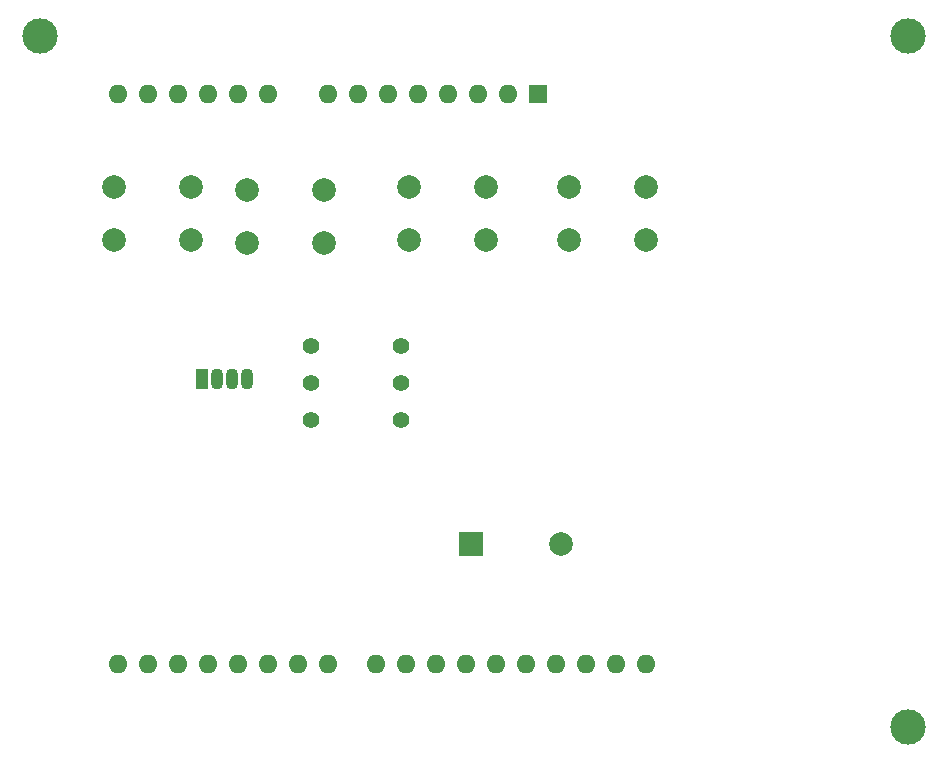
<source format=gbr>
%TF.GenerationSoftware,KiCad,Pcbnew,9.0.2*%
%TF.CreationDate,2025-07-07T10:10:20-04:00*%
%TF.ProjectId,jukebox,6a756b65-626f-4782-9e6b-696361645f70,rev?*%
%TF.SameCoordinates,Original*%
%TF.FileFunction,Soldermask,Top*%
%TF.FilePolarity,Negative*%
%FSLAX46Y46*%
G04 Gerber Fmt 4.6, Leading zero omitted, Abs format (unit mm)*
G04 Created by KiCad (PCBNEW 9.0.2) date 2025-07-07 10:10:20*
%MOMM*%
%LPD*%
G01*
G04 APERTURE LIST*
%ADD10O,1.600000X1.600000*%
%ADD11R,1.600000X1.600000*%
%ADD12C,2.000000*%
%ADD13C,1.400000*%
%ADD14C,3.000000*%
%ADD15R,2.000000X2.000000*%
%ADD16R,1.070000X1.800000*%
%ADD17O,1.070000X1.800000*%
G04 APERTURE END LIST*
D10*
%TO.C,A1*%
X148315000Y-89130000D03*
X145775000Y-89130000D03*
X143235000Y-89130000D03*
X140695000Y-89130000D03*
X138155000Y-89130000D03*
X135615000Y-89130000D03*
X133075000Y-89130000D03*
X130535000Y-89130000D03*
X127995000Y-89130000D03*
X125455000Y-89130000D03*
X121395000Y-89130000D03*
X118855000Y-89130000D03*
X116315000Y-89130000D03*
X113775000Y-89130000D03*
X111235000Y-89130000D03*
X108695000Y-89130000D03*
X106155000Y-89130000D03*
X103615000Y-89130000D03*
X103615000Y-40870000D03*
X106155000Y-40870000D03*
X108695000Y-40870000D03*
X111235000Y-40870000D03*
X113775000Y-40870000D03*
X116315000Y-40870000D03*
X121395000Y-40870000D03*
X123935000Y-40870000D03*
X126475000Y-40870000D03*
X129015000Y-40870000D03*
X131555000Y-40870000D03*
X134095000Y-40870000D03*
X136635000Y-40870000D03*
D11*
X139175000Y-40870000D03*
%TD*%
D12*
%TO.C,SW3*%
X114500000Y-49000000D03*
X121000000Y-49000000D03*
X114500000Y-53500000D03*
X121000000Y-53500000D03*
%TD*%
%TO.C,SW2*%
X128250000Y-48750000D03*
X134750000Y-48750000D03*
X128250000Y-53250000D03*
X134750000Y-53250000D03*
%TD*%
%TO.C,SW4*%
X103250000Y-48750000D03*
X109750000Y-48750000D03*
X103250000Y-53250000D03*
X109750000Y-53250000D03*
%TD*%
D13*
%TO.C,R4*%
X127500000Y-68500000D03*
X119880000Y-68500000D03*
%TD*%
%TO.C,R6*%
X127500000Y-62200000D03*
X119880000Y-62200000D03*
%TD*%
%TO.C,R5*%
X127500000Y-65350000D03*
X119880000Y-65350000D03*
%TD*%
D14*
%TO.C,REF\u002A\u002A*%
X170500000Y-94500000D03*
%TD*%
%TO.C,REF\u002A\u002A*%
X97000000Y-36000000D03*
%TD*%
D15*
%TO.C,BZ1*%
X133500000Y-79000000D03*
D12*
X141100000Y-79000000D03*
%TD*%
%TO.C,SW1*%
X141750000Y-48750000D03*
X148250000Y-48750000D03*
X141750000Y-53250000D03*
X148250000Y-53250000D03*
%TD*%
D16*
%TO.C,D1*%
X110730000Y-65000000D03*
D17*
X112000000Y-65000000D03*
X113270000Y-65000000D03*
X114540000Y-65000000D03*
%TD*%
D14*
%TO.C,REF\u002A\u002A*%
X170500000Y-36000000D03*
%TD*%
M02*

</source>
